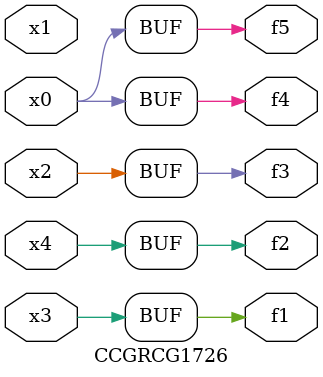
<source format=v>
module CCGRCG1726(
	input x0, x1, x2, x3, x4,
	output f1, f2, f3, f4, f5
);
	assign f1 = x3;
	assign f2 = x4;
	assign f3 = x2;
	assign f4 = x0;
	assign f5 = x0;
endmodule

</source>
